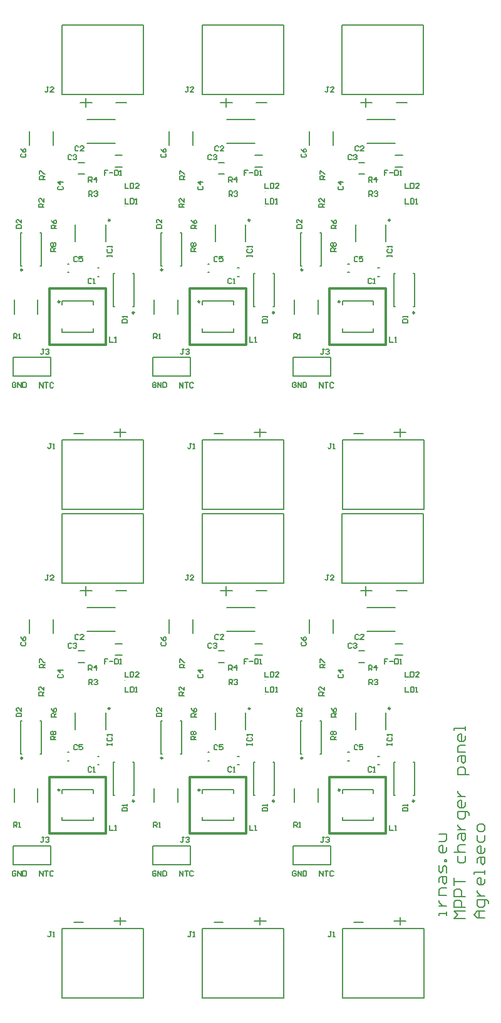
<source format=gto>
G04*
G04 #@! TF.GenerationSoftware,Altium Limited,Altium Designer,18.1.9 (240)*
G04*
G04 Layer_Color=65535*
%FSAX25Y25*%
%MOIN*%
G70*
G01*
G75*
%ADD27C,0.01181*%
%ADD43C,0.00787*%
%ADD44C,0.00394*%
%ADD45C,0.00984*%
%ADD46C,0.00591*%
D27*
X0305362Y0186716D02*
Y0216717D01*
X0335362D01*
Y0186716D02*
Y0216717D01*
X0305362Y0186716D02*
X0335362D01*
X0379929D02*
Y0216717D01*
X0409929D01*
Y0186716D02*
Y0216717D01*
X0379929Y0186716D02*
X0409929D01*
X0454496D02*
Y0216717D01*
X0484496D01*
Y0186716D02*
Y0216717D01*
X0454496Y0186716D02*
X0484496D01*
X0305362Y0446866D02*
Y0476866D01*
X0335362D01*
Y0446866D02*
Y0476866D01*
X0305362Y0446866D02*
X0335362D01*
X0379929D02*
Y0476866D01*
X0409929D01*
Y0446866D02*
Y0476866D01*
X0379929Y0446866D02*
X0409929D01*
X0454496D02*
Y0476866D01*
X0484496D01*
Y0446866D02*
Y0476866D01*
X0454496Y0446866D02*
X0484496D01*
D43*
X0516634Y0142913D02*
Y0144881D01*
Y0143897D01*
X0512698D01*
Y0142913D01*
Y0147833D02*
X0516634D01*
X0514666D01*
X0513682Y0148817D01*
X0512698Y0149801D01*
Y0150785D01*
X0516634Y0153737D02*
X0512698D01*
Y0156688D01*
X0513682Y0157672D01*
X0516634D01*
X0512698Y0160624D02*
Y0162592D01*
X0513682Y0163576D01*
X0516634D01*
Y0160624D01*
X0515650Y0159640D01*
X0514666Y0160624D01*
Y0163576D01*
X0516634Y0165544D02*
Y0168496D01*
X0515650Y0169480D01*
X0514666Y0168496D01*
Y0166528D01*
X0513682Y0165544D01*
X0512698Y0166528D01*
Y0169480D01*
X0516634Y0171448D02*
X0515650D01*
Y0172431D01*
X0516634D01*
Y0171448D01*
Y0179319D02*
Y0177351D01*
X0515650Y0176367D01*
X0513682D01*
X0512698Y0177351D01*
Y0179319D01*
X0513682Y0180303D01*
X0514666D01*
Y0176367D01*
X0512698Y0182271D02*
X0515650D01*
X0516634Y0183255D01*
Y0186206D01*
X0512698D01*
X0526575Y0141240D02*
X0520672D01*
X0522640Y0143208D01*
X0520672Y0145176D01*
X0526575D01*
Y0147144D02*
X0520672D01*
Y0150096D01*
X0521656Y0151079D01*
X0523624D01*
X0524608Y0150096D01*
Y0147144D01*
X0526575Y0153047D02*
X0520672D01*
Y0155999D01*
X0521656Y0156983D01*
X0523624D01*
X0524608Y0155999D01*
Y0153047D01*
X0520672Y0158951D02*
Y0162887D01*
Y0160919D01*
X0526575D01*
X0522640Y0174694D02*
Y0171742D01*
X0523624Y0170758D01*
X0525592D01*
X0526575Y0171742D01*
Y0174694D01*
X0520672Y0176662D02*
X0526575D01*
X0523624D01*
X0522640Y0177646D01*
Y0179614D01*
X0523624Y0180597D01*
X0526575D01*
X0522640Y0183549D02*
Y0185517D01*
X0523624Y0186501D01*
X0526575D01*
Y0183549D01*
X0525592Y0182565D01*
X0524608Y0183549D01*
Y0186501D01*
X0522640Y0188469D02*
X0526575D01*
X0524608D01*
X0523624Y0189453D01*
X0522640Y0190437D01*
Y0191421D01*
X0528543Y0196340D02*
Y0197324D01*
X0527559Y0198308D01*
X0522640D01*
Y0195357D01*
X0523624Y0194373D01*
X0525592D01*
X0526575Y0195357D01*
Y0198308D01*
Y0203228D02*
Y0201260D01*
X0525592Y0200276D01*
X0523624D01*
X0522640Y0201260D01*
Y0203228D01*
X0523624Y0204212D01*
X0524608D01*
Y0200276D01*
X0522640Y0206180D02*
X0526575D01*
X0524608D01*
X0523624Y0207164D01*
X0522640Y0208148D01*
Y0209132D01*
X0528543Y0217987D02*
X0522640D01*
Y0220939D01*
X0523624Y0221923D01*
X0525592D01*
X0526575Y0220939D01*
Y0217987D01*
X0522640Y0224874D02*
Y0226842D01*
X0523624Y0227826D01*
X0526575D01*
Y0224874D01*
X0525592Y0223891D01*
X0524608Y0224874D01*
Y0227826D01*
X0526575Y0229794D02*
X0522640D01*
Y0232746D01*
X0523624Y0233730D01*
X0526575D01*
Y0238650D02*
Y0236682D01*
X0525592Y0235698D01*
X0523624D01*
X0522640Y0236682D01*
Y0238650D01*
X0523624Y0239633D01*
X0524608D01*
Y0235698D01*
X0526575Y0241601D02*
Y0243569D01*
Y0242585D01*
X0520672D01*
Y0241601D01*
X0537107Y0141437D02*
X0533171D01*
X0531203Y0143405D01*
X0533171Y0145373D01*
X0537107D01*
X0534155D01*
Y0141437D01*
X0539075Y0149309D02*
Y0150292D01*
X0538091Y0151276D01*
X0533171D01*
Y0148325D01*
X0534155Y0147341D01*
X0536123D01*
X0537107Y0148325D01*
Y0151276D01*
X0533171Y0153244D02*
X0537107D01*
X0535139D01*
X0534155Y0154228D01*
X0533171Y0155212D01*
Y0156196D01*
X0537107Y0162100D02*
Y0160132D01*
X0536123Y0159148D01*
X0534155D01*
X0533171Y0160132D01*
Y0162100D01*
X0534155Y0163084D01*
X0535139D01*
Y0159148D01*
X0537107Y0165051D02*
Y0167019D01*
Y0166035D01*
X0531203D01*
Y0165051D01*
X0533171Y0170955D02*
Y0172923D01*
X0534155Y0173907D01*
X0537107D01*
Y0170955D01*
X0536123Y0169971D01*
X0535139Y0170955D01*
Y0173907D01*
X0537107Y0178826D02*
Y0176859D01*
X0536123Y0175875D01*
X0534155D01*
X0533171Y0176859D01*
Y0178826D01*
X0534155Y0179810D01*
X0535139D01*
Y0175875D01*
X0533171Y0185714D02*
Y0182762D01*
X0534155Y0181778D01*
X0536123D01*
X0537107Y0182762D01*
Y0185714D01*
Y0188666D02*
Y0190634D01*
X0536123Y0191618D01*
X0534155D01*
X0533171Y0190634D01*
Y0188666D01*
X0534155Y0187682D01*
X0536123D01*
X0537107Y0188666D01*
X0340835Y0315850D02*
X0346504D01*
X0321779Y0315929D02*
X0328000D01*
X0324693Y0313409D02*
Y0318173D01*
X0339693Y0140024D02*
X0346031D01*
X0342921Y0137858D02*
Y0141992D01*
X0318315Y0139276D02*
X0323236D01*
X0294614Y0293094D02*
Y0300575D01*
X0307213Y0293094D02*
Y0300575D01*
X0299181Y0203134D02*
Y0210614D01*
X0286583Y0203134D02*
Y0210614D01*
X0312095Y0209985D02*
X0328630D01*
X0312095Y0193449D02*
X0328630D01*
X0312095Y0208016D02*
Y0209985D01*
X0328630Y0208016D02*
Y0209985D01*
X0312095Y0193449D02*
Y0195418D01*
X0328630Y0193449D02*
Y0195418D01*
X0285953Y0170024D02*
Y0180024D01*
X0305953D01*
Y0170024D02*
Y0180024D01*
X0285953Y0170024D02*
X0305953D01*
X0340244Y0287642D02*
X0344181D01*
X0340244Y0281539D02*
X0344181D01*
X0289968Y0228842D02*
X0290657D01*
X0289968Y0246559D02*
X0290657D01*
X0300303Y0228842D02*
X0300992D01*
X0300303Y0246559D02*
X0300992D01*
X0289968Y0228842D02*
Y0246559D01*
X0300992Y0228842D02*
Y0246559D01*
X0339457Y0206992D02*
X0340146D01*
X0339457Y0224709D02*
X0340146D01*
X0349791Y0206992D02*
X0350480D01*
X0349791Y0224709D02*
X0350480D01*
X0339457Y0206992D02*
Y0224709D01*
X0350480Y0206992D02*
Y0224709D01*
X0330953Y0223193D02*
X0331740D01*
X0330953Y0227720D02*
X0331740D01*
X0325244Y0306835D02*
X0340205D01*
X0325244Y0294236D02*
X0340205D01*
X0320795Y0277720D02*
X0323945D01*
X0320795Y0283823D02*
X0323945D01*
X0315008Y0229925D02*
X0315795D01*
X0315008Y0225398D02*
X0315795D01*
X0319063Y0241843D02*
Y0250898D01*
X0335205Y0241843D02*
Y0250898D01*
X0312173Y0136075D02*
X0342646D01*
X0312173Y0098961D02*
Y0136075D01*
Y0098961D02*
X0355480D01*
Y0118311D01*
Y0136075D01*
X0342646D02*
X0355480D01*
X0324890Y0319957D02*
X0355362D01*
Y0357071D01*
X0312055D02*
X0355362D01*
X0312055Y0337720D02*
Y0357071D01*
Y0319957D02*
Y0337720D01*
Y0319957D02*
X0324890D01*
X0415402Y0315850D02*
X0421071D01*
X0396346Y0315929D02*
X0402567D01*
X0399260Y0313409D02*
Y0318173D01*
X0414260Y0140024D02*
X0420598D01*
X0417488Y0137858D02*
Y0141992D01*
X0392882Y0139276D02*
X0397803D01*
X0369181Y0293094D02*
Y0300575D01*
X0381780Y0293094D02*
Y0300575D01*
X0373748Y0203134D02*
Y0210614D01*
X0361150Y0203134D02*
Y0210614D01*
X0386662Y0209985D02*
X0403197D01*
X0386662Y0193449D02*
X0403197D01*
X0386662Y0208016D02*
Y0209985D01*
X0403197Y0208016D02*
Y0209985D01*
X0386662Y0193449D02*
Y0195418D01*
X0403197Y0193449D02*
Y0195418D01*
X0360520Y0170024D02*
Y0180024D01*
X0380520D01*
Y0170024D02*
Y0180024D01*
X0360520Y0170024D02*
X0380520D01*
X0414811Y0287642D02*
X0418748D01*
X0414811Y0281539D02*
X0418748D01*
X0364535Y0228842D02*
X0365224D01*
X0364535Y0246559D02*
X0365224D01*
X0374870Y0228842D02*
X0375559D01*
X0374870Y0246559D02*
X0375559D01*
X0364535Y0228842D02*
Y0246559D01*
X0375559Y0228842D02*
Y0246559D01*
X0414024Y0206992D02*
X0414713D01*
X0414024Y0224709D02*
X0414713D01*
X0424358Y0206992D02*
X0425047D01*
X0424358Y0224709D02*
X0425047D01*
X0414024Y0206992D02*
Y0224709D01*
X0425047Y0206992D02*
Y0224709D01*
X0405520Y0223193D02*
X0406307D01*
X0405520Y0227720D02*
X0406307D01*
X0399811Y0306835D02*
X0414772D01*
X0399811Y0294236D02*
X0414772D01*
X0395362Y0277720D02*
X0398512D01*
X0395362Y0283823D02*
X0398512D01*
X0389575Y0229925D02*
X0390362D01*
X0389575Y0225398D02*
X0390362D01*
X0393630Y0241843D02*
Y0250898D01*
X0409772Y0241843D02*
Y0250898D01*
X0386740Y0136075D02*
X0417213D01*
X0386740Y0098961D02*
Y0136075D01*
Y0098961D02*
X0430047D01*
Y0118311D01*
Y0136075D01*
X0417213D02*
X0430047D01*
X0399457Y0319957D02*
X0429929D01*
Y0357071D01*
X0386622D02*
X0429929D01*
X0386622Y0337720D02*
Y0357071D01*
Y0319957D02*
Y0337720D01*
Y0319957D02*
X0399457D01*
X0489968Y0315850D02*
X0495638D01*
X0470913Y0315929D02*
X0477134D01*
X0473827Y0313409D02*
Y0318173D01*
X0488827Y0140024D02*
X0495165D01*
X0492055Y0137858D02*
Y0141992D01*
X0467449Y0139276D02*
X0472370D01*
X0443748Y0293094D02*
Y0300575D01*
X0456346Y0293094D02*
Y0300575D01*
X0448315Y0203134D02*
Y0210614D01*
X0435716Y0203134D02*
Y0210614D01*
X0461229Y0209985D02*
X0477764D01*
X0461229Y0193449D02*
X0477764D01*
X0461229Y0208016D02*
Y0209985D01*
X0477764Y0208016D02*
Y0209985D01*
X0461229Y0193449D02*
Y0195418D01*
X0477764Y0193449D02*
Y0195418D01*
X0435087Y0170024D02*
Y0180024D01*
X0455087D01*
Y0170024D02*
Y0180024D01*
X0435087Y0170024D02*
X0455087D01*
X0489378Y0287642D02*
X0493315D01*
X0489378Y0281539D02*
X0493315D01*
X0439102Y0228842D02*
X0439791D01*
X0439102Y0246559D02*
X0439791D01*
X0449437Y0228842D02*
X0450126D01*
X0449437Y0246559D02*
X0450126D01*
X0439102Y0228842D02*
Y0246559D01*
X0450126Y0228842D02*
Y0246559D01*
X0488590Y0206992D02*
X0489280D01*
X0488590Y0224709D02*
X0489280D01*
X0498925Y0206992D02*
X0499614D01*
X0498925Y0224709D02*
X0499614D01*
X0488590Y0206992D02*
Y0224709D01*
X0499614Y0206992D02*
Y0224709D01*
X0480087Y0223193D02*
X0480874D01*
X0480087Y0227720D02*
X0480874D01*
X0474378Y0306835D02*
X0489339D01*
X0474378Y0294236D02*
X0489339D01*
X0469929Y0277720D02*
X0473079D01*
X0469929Y0283823D02*
X0473079D01*
X0464142Y0229925D02*
X0464929D01*
X0464142Y0225398D02*
X0464929D01*
X0468197Y0241843D02*
Y0250898D01*
X0484339Y0241843D02*
Y0250898D01*
X0461307Y0136075D02*
X0491780D01*
X0461307Y0098961D02*
Y0136075D01*
Y0098961D02*
X0504614D01*
Y0118311D01*
Y0136075D01*
X0491780D02*
X0504614D01*
X0474024Y0319957D02*
X0504496D01*
Y0357071D01*
X0461189D02*
X0504496D01*
X0461189Y0337720D02*
Y0357071D01*
Y0319957D02*
Y0337720D01*
Y0319957D02*
X0474024D01*
X0340835Y0576000D02*
X0346504D01*
X0321779Y0576078D02*
X0328000D01*
X0324693Y0573559D02*
Y0578323D01*
X0339693Y0400173D02*
X0346031D01*
X0342921Y0398007D02*
Y0402141D01*
X0318315Y0399425D02*
X0323236D01*
X0294614Y0553244D02*
Y0560724D01*
X0307213Y0553244D02*
Y0560724D01*
X0299181Y0463283D02*
Y0470763D01*
X0286583Y0463283D02*
Y0470763D01*
X0312095Y0470134D02*
X0328630D01*
X0312095Y0453598D02*
X0328630D01*
X0312095Y0468165D02*
Y0470134D01*
X0328630Y0468165D02*
Y0470134D01*
X0312095Y0453598D02*
Y0455567D01*
X0328630Y0453598D02*
Y0455567D01*
X0285953Y0430173D02*
Y0440173D01*
X0305953D01*
Y0430173D02*
Y0440173D01*
X0285953Y0430173D02*
X0305953D01*
X0340244Y0547791D02*
X0344181D01*
X0340244Y0541689D02*
X0344181D01*
X0289968Y0488992D02*
X0290657D01*
X0289968Y0506708D02*
X0290657D01*
X0300303Y0488992D02*
X0300992D01*
X0300303Y0506708D02*
X0300992D01*
X0289968Y0488992D02*
Y0506708D01*
X0300992Y0488992D02*
Y0506708D01*
X0339457Y0467141D02*
X0340146D01*
X0339457Y0484858D02*
X0340146D01*
X0349791Y0467141D02*
X0350480D01*
X0349791Y0484858D02*
X0350480D01*
X0339457Y0467141D02*
Y0484858D01*
X0350480Y0467141D02*
Y0484858D01*
X0330953Y0483342D02*
X0331740D01*
X0330953Y0487870D02*
X0331740D01*
X0325244Y0566984D02*
X0340205D01*
X0325244Y0554386D02*
X0340205D01*
X0320795Y0537870D02*
X0323945D01*
X0320795Y0543972D02*
X0323945D01*
X0315008Y0490074D02*
X0315795D01*
X0315008Y0485547D02*
X0315795D01*
X0319063Y0501992D02*
Y0511047D01*
X0335205Y0501992D02*
Y0511047D01*
X0312173Y0396224D02*
X0342646D01*
X0312173Y0359110D02*
Y0396224D01*
Y0359110D02*
X0355480D01*
Y0378460D01*
Y0396224D01*
X0342646D02*
X0355480D01*
X0324890Y0580106D02*
X0355362D01*
Y0617220D01*
X0312055D02*
X0355362D01*
X0312055Y0597870D02*
Y0617220D01*
Y0580106D02*
Y0597870D01*
Y0580106D02*
X0324890D01*
X0415402Y0576000D02*
X0421071D01*
X0396346Y0576078D02*
X0402567D01*
X0399260Y0573559D02*
Y0578323D01*
X0414260Y0400173D02*
X0420598D01*
X0417488Y0398007D02*
Y0402141D01*
X0392882Y0399425D02*
X0397803D01*
X0369181Y0553244D02*
Y0560724D01*
X0381780Y0553244D02*
Y0560724D01*
X0373748Y0463283D02*
Y0470763D01*
X0361150Y0463283D02*
Y0470763D01*
X0386662Y0470134D02*
X0403197D01*
X0386662Y0453598D02*
X0403197D01*
X0386662Y0468165D02*
Y0470134D01*
X0403197Y0468165D02*
Y0470134D01*
X0386662Y0453598D02*
Y0455567D01*
X0403197Y0453598D02*
Y0455567D01*
X0360520Y0430173D02*
Y0440173D01*
X0380520D01*
Y0430173D02*
Y0440173D01*
X0360520Y0430173D02*
X0380520D01*
X0414811Y0547791D02*
X0418748D01*
X0414811Y0541689D02*
X0418748D01*
X0364535Y0488992D02*
X0365224D01*
X0364535Y0506708D02*
X0365224D01*
X0374870Y0488992D02*
X0375559D01*
X0374870Y0506708D02*
X0375559D01*
X0364535Y0488992D02*
Y0506708D01*
X0375559Y0488992D02*
Y0506708D01*
X0414024Y0467141D02*
X0414713D01*
X0414024Y0484858D02*
X0414713D01*
X0424358Y0467141D02*
X0425047D01*
X0424358Y0484858D02*
X0425047D01*
X0414024Y0467141D02*
Y0484858D01*
X0425047Y0467141D02*
Y0484858D01*
X0405520Y0483342D02*
X0406307D01*
X0405520Y0487870D02*
X0406307D01*
X0399811Y0566984D02*
X0414772D01*
X0399811Y0554386D02*
X0414772D01*
X0395362Y0537870D02*
X0398512D01*
X0395362Y0543972D02*
X0398512D01*
X0389575Y0490074D02*
X0390362D01*
X0389575Y0485547D02*
X0390362D01*
X0393630Y0501992D02*
Y0511047D01*
X0409772Y0501992D02*
Y0511047D01*
X0386740Y0396224D02*
X0417213D01*
X0386740Y0359110D02*
Y0396224D01*
Y0359110D02*
X0430047D01*
Y0378460D01*
Y0396224D01*
X0417213D02*
X0430047D01*
X0399457Y0580106D02*
X0429929D01*
Y0617220D01*
X0386622D02*
X0429929D01*
X0386622Y0597870D02*
Y0617220D01*
Y0580106D02*
Y0597870D01*
Y0580106D02*
X0399457D01*
X0489968Y0576000D02*
X0495638D01*
X0470913Y0576078D02*
X0477134D01*
X0473827Y0573559D02*
Y0578323D01*
X0488827Y0400173D02*
X0495165D01*
X0492055Y0398007D02*
Y0402141D01*
X0467449Y0399425D02*
X0472370D01*
X0443748Y0553244D02*
Y0560724D01*
X0456346Y0553244D02*
Y0560724D01*
X0448315Y0463283D02*
Y0470763D01*
X0435716Y0463283D02*
Y0470763D01*
X0461229Y0470134D02*
X0477764D01*
X0461229Y0453598D02*
X0477764D01*
X0461229Y0468165D02*
Y0470134D01*
X0477764Y0468165D02*
Y0470134D01*
X0461229Y0453598D02*
Y0455567D01*
X0477764Y0453598D02*
Y0455567D01*
X0435087Y0430173D02*
Y0440173D01*
X0455087D01*
Y0430173D02*
Y0440173D01*
X0435087Y0430173D02*
X0455087D01*
X0489378Y0547791D02*
X0493315D01*
X0489378Y0541689D02*
X0493315D01*
X0439102Y0488992D02*
X0439791D01*
X0439102Y0506708D02*
X0439791D01*
X0449437Y0488992D02*
X0450126D01*
X0449437Y0506708D02*
X0450126D01*
X0439102Y0488992D02*
Y0506708D01*
X0450126Y0488992D02*
Y0506708D01*
X0488590Y0467141D02*
X0489280D01*
X0488590Y0484858D02*
X0489280D01*
X0498925Y0467141D02*
X0499614D01*
X0498925Y0484858D02*
X0499614D01*
X0488590Y0467141D02*
Y0484858D01*
X0499614Y0467141D02*
Y0484858D01*
X0480087Y0483342D02*
X0480874D01*
X0480087Y0487870D02*
X0480874D01*
X0474378Y0566984D02*
X0489339D01*
X0474378Y0554386D02*
X0489339D01*
X0469929Y0537870D02*
X0473079D01*
X0469929Y0543972D02*
X0473079D01*
X0464142Y0490074D02*
X0464929D01*
X0464142Y0485547D02*
X0464929D01*
X0468197Y0501992D02*
Y0511047D01*
X0484339Y0501992D02*
Y0511047D01*
X0461307Y0396224D02*
X0491780D01*
X0461307Y0359110D02*
Y0396224D01*
Y0359110D02*
X0504614D01*
Y0378460D01*
Y0396224D01*
X0491780D02*
X0504614D01*
X0474024Y0580106D02*
X0504496D01*
Y0617220D01*
X0461189D02*
X0504496D01*
X0461189Y0597870D02*
Y0617220D01*
Y0580106D02*
Y0597870D01*
Y0580106D02*
X0474024D01*
D44*
X0345662Y0260645D02*
G03*
X0345662Y0260645I-0000197J0000000D01*
G01*
Y0268145D02*
G03*
X0345662Y0268145I-0000197J0000000D01*
G01*
X0420229Y0260645D02*
G03*
X0420229Y0260645I-0000197J0000000D01*
G01*
Y0268145D02*
G03*
X0420229Y0268145I-0000197J0000000D01*
G01*
X0494796Y0260645D02*
G03*
X0494796Y0260645I-0000197J0000000D01*
G01*
Y0268145D02*
G03*
X0494796Y0268145I-0000197J0000000D01*
G01*
X0345662Y0520794D02*
G03*
X0345662Y0520794I-0000197J0000000D01*
G01*
Y0528294D02*
G03*
X0345662Y0528294I-0000197J0000000D01*
G01*
X0420229Y0520794D02*
G03*
X0420229Y0520794I-0000197J0000000D01*
G01*
Y0528294D02*
G03*
X0420229Y0528294I-0000197J0000000D01*
G01*
X0494796Y0520794D02*
G03*
X0494796Y0520794I-0000197J0000000D01*
G01*
Y0528294D02*
G03*
X0494796Y0528294I-0000197J0000000D01*
G01*
D45*
X0310855Y0209717D02*
G03*
X0310855Y0209717I-0000492J0000000D01*
G01*
X0290972Y0226701D02*
G03*
X0290972Y0226701I-0000492J0000000D01*
G01*
X0350461Y0203850D02*
G03*
X0350461Y0203850I-0000492J0000000D01*
G01*
X0337567Y0253161D02*
G03*
X0337567Y0253161I-0000492J0000000D01*
G01*
X0385422Y0209717D02*
G03*
X0385422Y0209717I-0000492J0000000D01*
G01*
X0365539Y0226701D02*
G03*
X0365539Y0226701I-0000492J0000000D01*
G01*
X0425028Y0203850D02*
G03*
X0425028Y0203850I-0000492J0000000D01*
G01*
X0412134Y0253161D02*
G03*
X0412134Y0253161I-0000492J0000000D01*
G01*
X0459989Y0209717D02*
G03*
X0459989Y0209717I-0000492J0000000D01*
G01*
X0440106Y0226701D02*
G03*
X0440106Y0226701I-0000492J0000000D01*
G01*
X0499594Y0203850D02*
G03*
X0499594Y0203850I-0000492J0000000D01*
G01*
X0486701Y0253161D02*
G03*
X0486701Y0253161I-0000492J0000000D01*
G01*
X0310855Y0469866D02*
G03*
X0310855Y0469866I-0000492J0000000D01*
G01*
X0290972Y0486850D02*
G03*
X0290972Y0486850I-0000492J0000000D01*
G01*
X0350461Y0464000D02*
G03*
X0350461Y0464000I-0000492J0000000D01*
G01*
X0337567Y0513311D02*
G03*
X0337567Y0513311I-0000492J0000000D01*
G01*
X0385422Y0469866D02*
G03*
X0385422Y0469866I-0000492J0000000D01*
G01*
X0365539Y0486850D02*
G03*
X0365539Y0486850I-0000492J0000000D01*
G01*
X0425028Y0464000D02*
G03*
X0425028Y0464000I-0000492J0000000D01*
G01*
X0412134Y0513311D02*
G03*
X0412134Y0513311I-0000492J0000000D01*
G01*
X0459989Y0469866D02*
G03*
X0459989Y0469866I-0000492J0000000D01*
G01*
X0440106Y0486850D02*
G03*
X0440106Y0486850I-0000492J0000000D01*
G01*
X0499594Y0464000D02*
G03*
X0499594Y0464000I-0000492J0000000D01*
G01*
X0486701Y0513311D02*
G03*
X0486701Y0513311I-0000492J0000000D01*
G01*
D46*
X0287514Y0166256D02*
X0287055Y0166716D01*
X0286136D01*
X0285677Y0166256D01*
Y0164420D01*
X0286136Y0163961D01*
X0287055D01*
X0287514Y0164420D01*
Y0165338D01*
X0286596D01*
X0288432Y0163961D02*
Y0166716D01*
X0290269Y0163961D01*
Y0166716D01*
X0291187D02*
Y0163961D01*
X0292565D01*
X0293024Y0164420D01*
Y0166256D01*
X0292565Y0166716D01*
X0291187D01*
X0300047Y0163882D02*
Y0166637D01*
X0301884Y0163882D01*
Y0166637D01*
X0302802D02*
X0304639D01*
X0303721D01*
Y0163882D01*
X0307394Y0166178D02*
X0306935Y0166637D01*
X0306016D01*
X0305557Y0166178D01*
Y0164341D01*
X0306016Y0163882D01*
X0306935D01*
X0307394Y0164341D01*
X0290547Y0288474D02*
X0290088Y0288015D01*
Y0287097D01*
X0290547Y0286638D01*
X0292383D01*
X0292843Y0287097D01*
Y0288015D01*
X0292383Y0288474D01*
X0290088Y0291230D02*
X0290547Y0290311D01*
X0291465Y0289393D01*
X0292383D01*
X0292843Y0289852D01*
Y0290770D01*
X0292383Y0291230D01*
X0291924D01*
X0291465Y0290770D01*
Y0289393D01*
X0326346Y0265929D02*
Y0268684D01*
X0327724D01*
X0328183Y0268225D01*
Y0267307D01*
X0327724Y0266847D01*
X0326346D01*
X0327265D02*
X0328183Y0265929D01*
X0329101Y0268225D02*
X0329561Y0268684D01*
X0330479D01*
X0330938Y0268225D01*
Y0267766D01*
X0330479Y0267307D01*
X0330020D01*
X0330479D01*
X0330938Y0266847D01*
Y0266388D01*
X0330479Y0265929D01*
X0329561D01*
X0329101Y0266388D01*
X0326189Y0273449D02*
Y0276204D01*
X0327567D01*
X0328026Y0275745D01*
Y0274826D01*
X0327567Y0274367D01*
X0326189D01*
X0327107D02*
X0328026Y0273449D01*
X0330322D02*
Y0276204D01*
X0328944Y0274826D01*
X0330781D01*
X0302449Y0260063D02*
X0299694D01*
Y0261440D01*
X0300153Y0261900D01*
X0301071D01*
X0301531Y0261440D01*
Y0260063D01*
Y0260981D02*
X0302449Y0261900D01*
Y0264655D02*
Y0262818D01*
X0300612Y0264655D01*
X0300153D01*
X0299694Y0264195D01*
Y0263277D01*
X0300153Y0262818D01*
X0302921Y0274905D02*
X0300166D01*
Y0276283D01*
X0300625Y0276742D01*
X0301544D01*
X0302003Y0276283D01*
Y0274905D01*
Y0275824D02*
X0302921Y0276742D01*
X0300166Y0277660D02*
Y0279497D01*
X0300625D01*
X0302462Y0277660D01*
X0302921D01*
X0309024Y0248646D02*
X0306269D01*
Y0250023D01*
X0306728Y0250482D01*
X0307646D01*
X0308105Y0250023D01*
Y0248646D01*
Y0249564D02*
X0309024Y0250482D01*
X0306269Y0253237D02*
X0306728Y0252319D01*
X0307646Y0251401D01*
X0308564D01*
X0309024Y0251860D01*
Y0252778D01*
X0308564Y0253237D01*
X0308105D01*
X0307646Y0252778D01*
Y0251401D01*
X0308748Y0236480D02*
X0305993D01*
Y0237858D01*
X0306452Y0238317D01*
X0307370D01*
X0307830Y0237858D01*
Y0236480D01*
Y0237399D02*
X0308748Y0238317D01*
X0306452Y0239235D02*
X0305993Y0239694D01*
Y0240613D01*
X0306452Y0241072D01*
X0306911D01*
X0307370Y0240613D01*
X0307830Y0241072D01*
X0308289D01*
X0308748Y0240613D01*
Y0239694D01*
X0308289Y0239235D01*
X0307830D01*
X0307370Y0239694D01*
X0306911Y0239235D01*
X0306452D01*
X0307370Y0239694D02*
Y0240613D01*
X0286228Y0189945D02*
Y0192700D01*
X0287606D01*
X0288065Y0192241D01*
Y0191322D01*
X0287606Y0190863D01*
X0286228D01*
X0287147D02*
X0288065Y0189945D01*
X0288983D02*
X0289902D01*
X0289442D01*
Y0192700D01*
X0288983Y0192241D01*
X0345677Y0264629D02*
Y0261874D01*
X0347514D01*
X0348432Y0264629D02*
Y0261874D01*
X0349810D01*
X0350269Y0262333D01*
Y0264170D01*
X0349810Y0264629D01*
X0348432D01*
X0351187Y0261874D02*
X0352105D01*
X0351646D01*
Y0264629D01*
X0351187Y0264170D01*
X0345598Y0272739D02*
Y0269984D01*
X0347435D01*
X0348353Y0272739D02*
Y0269984D01*
X0349731D01*
X0350190Y0270443D01*
Y0272280D01*
X0349731Y0272739D01*
X0348353D01*
X0352945Y0269984D02*
X0351109D01*
X0352945Y0271821D01*
Y0272280D01*
X0352486Y0272739D01*
X0351568D01*
X0351109Y0272280D01*
X0337362Y0190972D02*
Y0188216D01*
X0339199D01*
X0340117D02*
X0341036D01*
X0340576D01*
Y0190972D01*
X0340117Y0190512D01*
X0302396Y0184550D02*
X0301477D01*
X0301937D01*
Y0182254D01*
X0301477Y0181795D01*
X0301018D01*
X0300559Y0182254D01*
X0303314Y0184091D02*
X0303773Y0184550D01*
X0304692D01*
X0305151Y0184091D01*
Y0183632D01*
X0304692Y0183173D01*
X0304232D01*
X0304692D01*
X0305151Y0182714D01*
Y0182254D01*
X0304692Y0181795D01*
X0303773D01*
X0303314Y0182254D01*
X0336372Y0279708D02*
X0334535D01*
Y0278330D01*
X0335454D01*
X0334535D01*
Y0276953D01*
X0337291Y0278330D02*
X0339127D01*
X0340045Y0279708D02*
Y0276953D01*
X0341423D01*
X0341882Y0277412D01*
Y0279249D01*
X0341423Y0279708D01*
X0340045D01*
X0342800Y0276953D02*
X0343719D01*
X0343260D01*
Y0279708D01*
X0342800Y0279249D01*
X0287765Y0248882D02*
X0290520D01*
Y0250259D01*
X0290060Y0250719D01*
X0288224D01*
X0287765Y0250259D01*
Y0248882D01*
X0290520Y0253474D02*
Y0251637D01*
X0288683Y0253474D01*
X0288224D01*
X0287765Y0253014D01*
Y0252096D01*
X0288224Y0251637D01*
X0344103Y0198528D02*
X0346858D01*
Y0199905D01*
X0346399Y0200364D01*
X0344562D01*
X0344103Y0199905D01*
Y0198528D01*
X0346858Y0201283D02*
Y0202201D01*
Y0201742D01*
X0344103D01*
X0344562Y0201283D01*
X0310271Y0271270D02*
X0309812Y0270811D01*
Y0269892D01*
X0310271Y0269433D01*
X0312108D01*
X0312567Y0269892D01*
Y0270811D01*
X0312108Y0271270D01*
X0312567Y0273566D02*
X0309812D01*
X0311189Y0272188D01*
Y0274025D01*
X0327750Y0221690D02*
X0327291Y0222149D01*
X0326373D01*
X0325913Y0221690D01*
Y0219853D01*
X0326373Y0219394D01*
X0327291D01*
X0327750Y0219853D01*
X0328668Y0219394D02*
X0329587D01*
X0329128D01*
Y0222149D01*
X0328668Y0221690D01*
X0320782Y0292241D02*
X0320322Y0292700D01*
X0319404D01*
X0318945Y0292241D01*
Y0290404D01*
X0319404Y0289945D01*
X0320322D01*
X0320782Y0290404D01*
X0323537Y0289945D02*
X0321700D01*
X0323537Y0291782D01*
Y0292241D01*
X0323077Y0292700D01*
X0322159D01*
X0321700Y0292241D01*
X0317081Y0287595D02*
X0316622Y0288054D01*
X0315703D01*
X0315244Y0287595D01*
Y0285758D01*
X0315703Y0285299D01*
X0316622D01*
X0317081Y0285758D01*
X0317999Y0287595D02*
X0318458Y0288054D01*
X0319377D01*
X0319836Y0287595D01*
Y0287136D01*
X0319377Y0286677D01*
X0318917D01*
X0319377D01*
X0319836Y0286217D01*
Y0285758D01*
X0319377Y0285299D01*
X0318458D01*
X0317999Y0285758D01*
X0320230Y0233422D02*
X0319771Y0233881D01*
X0318853D01*
X0318394Y0233422D01*
Y0231585D01*
X0318853Y0231126D01*
X0319771D01*
X0320230Y0231585D01*
X0322985Y0233881D02*
X0321149D01*
Y0232504D01*
X0322067Y0232963D01*
X0322526D01*
X0322985Y0232504D01*
Y0231585D01*
X0322526Y0231126D01*
X0321608D01*
X0321149Y0231585D01*
X0335954Y0233606D02*
Y0234525D01*
Y0234066D01*
X0338709D01*
Y0233606D01*
Y0234525D01*
X0336413Y0237739D02*
X0335954Y0237280D01*
Y0236361D01*
X0336413Y0235902D01*
X0338249D01*
X0338709Y0236361D01*
Y0237280D01*
X0338249Y0237739D01*
X0338709Y0238657D02*
Y0239576D01*
Y0239116D01*
X0335954D01*
X0336413Y0238657D01*
X0306333Y0134235D02*
X0305414D01*
X0305874D01*
Y0131939D01*
X0305414Y0131480D01*
X0304955D01*
X0304496Y0131939D01*
X0307251Y0131480D02*
X0308169D01*
X0307710D01*
Y0134235D01*
X0307251Y0133776D01*
X0304837Y0324196D02*
X0303918D01*
X0304378D01*
Y0321900D01*
X0303918Y0321441D01*
X0303459D01*
X0303000Y0321900D01*
X0307592Y0321441D02*
X0305755D01*
X0307592Y0323278D01*
Y0323737D01*
X0307133Y0324196D01*
X0306214D01*
X0305755Y0323737D01*
X0362081Y0166256D02*
X0361622Y0166716D01*
X0360703D01*
X0360244Y0166256D01*
Y0164420D01*
X0360703Y0163961D01*
X0361622D01*
X0362081Y0164420D01*
Y0165338D01*
X0361162D01*
X0362999Y0163961D02*
Y0166716D01*
X0364836Y0163961D01*
Y0166716D01*
X0365754D02*
Y0163961D01*
X0367132D01*
X0367591Y0164420D01*
Y0166256D01*
X0367132Y0166716D01*
X0365754D01*
X0374614Y0163882D02*
Y0166637D01*
X0376451Y0163882D01*
Y0166637D01*
X0377369D02*
X0379206D01*
X0378288D01*
Y0163882D01*
X0381961Y0166178D02*
X0381502Y0166637D01*
X0380583D01*
X0380124Y0166178D01*
Y0164341D01*
X0380583Y0163882D01*
X0381502D01*
X0381961Y0164341D01*
X0365114Y0288474D02*
X0364654Y0288015D01*
Y0287097D01*
X0365114Y0286638D01*
X0366950D01*
X0367409Y0287097D01*
Y0288015D01*
X0366950Y0288474D01*
X0364654Y0291230D02*
X0365114Y0290311D01*
X0366032Y0289393D01*
X0366950D01*
X0367409Y0289852D01*
Y0290770D01*
X0366950Y0291230D01*
X0366491D01*
X0366032Y0290770D01*
Y0289393D01*
X0400913Y0265929D02*
Y0268684D01*
X0402291D01*
X0402750Y0268225D01*
Y0267307D01*
X0402291Y0266847D01*
X0400913D01*
X0401832D02*
X0402750Y0265929D01*
X0403668Y0268225D02*
X0404128Y0268684D01*
X0405046D01*
X0405505Y0268225D01*
Y0267766D01*
X0405046Y0267307D01*
X0404587D01*
X0405046D01*
X0405505Y0266847D01*
Y0266388D01*
X0405046Y0265929D01*
X0404128D01*
X0403668Y0266388D01*
X0400756Y0273449D02*
Y0276204D01*
X0402133D01*
X0402593Y0275745D01*
Y0274826D01*
X0402133Y0274367D01*
X0400756D01*
X0401674D02*
X0402593Y0273449D01*
X0404888D02*
Y0276204D01*
X0403511Y0274826D01*
X0405348D01*
X0377016Y0260063D02*
X0374261D01*
Y0261440D01*
X0374720Y0261900D01*
X0375638D01*
X0376097Y0261440D01*
Y0260063D01*
Y0260981D02*
X0377016Y0261900D01*
Y0264655D02*
Y0262818D01*
X0375179Y0264655D01*
X0374720D01*
X0374261Y0264195D01*
Y0263277D01*
X0374720Y0262818D01*
X0377488Y0274905D02*
X0374733D01*
Y0276283D01*
X0375192Y0276742D01*
X0376111D01*
X0376570Y0276283D01*
Y0274905D01*
Y0275824D02*
X0377488Y0276742D01*
X0374733Y0277660D02*
Y0279497D01*
X0375192D01*
X0377029Y0277660D01*
X0377488D01*
X0383591Y0248646D02*
X0380836D01*
Y0250023D01*
X0381295Y0250482D01*
X0382213D01*
X0382672Y0250023D01*
Y0248646D01*
Y0249564D02*
X0383591Y0250482D01*
X0380836Y0253237D02*
X0381295Y0252319D01*
X0382213Y0251401D01*
X0383131D01*
X0383591Y0251860D01*
Y0252778D01*
X0383131Y0253237D01*
X0382672D01*
X0382213Y0252778D01*
Y0251401D01*
X0383315Y0236480D02*
X0380560D01*
Y0237858D01*
X0381019Y0238317D01*
X0381937D01*
X0382397Y0237858D01*
Y0236480D01*
Y0237399D02*
X0383315Y0238317D01*
X0381019Y0239235D02*
X0380560Y0239694D01*
Y0240613D01*
X0381019Y0241072D01*
X0381478D01*
X0381937Y0240613D01*
X0382397Y0241072D01*
X0382856D01*
X0383315Y0240613D01*
Y0239694D01*
X0382856Y0239235D01*
X0382397D01*
X0381937Y0239694D01*
X0381478Y0239235D01*
X0381019D01*
X0381937Y0239694D02*
Y0240613D01*
X0360795Y0189945D02*
Y0192700D01*
X0362173D01*
X0362632Y0192241D01*
Y0191322D01*
X0362173Y0190863D01*
X0360795D01*
X0361714D02*
X0362632Y0189945D01*
X0363550D02*
X0364469D01*
X0364009D01*
Y0192700D01*
X0363550Y0192241D01*
X0420244Y0264629D02*
Y0261874D01*
X0422081D01*
X0422999Y0264629D02*
Y0261874D01*
X0424377D01*
X0424836Y0262333D01*
Y0264170D01*
X0424377Y0264629D01*
X0422999D01*
X0425754Y0261874D02*
X0426673D01*
X0426213D01*
Y0264629D01*
X0425754Y0264170D01*
X0420165Y0272739D02*
Y0269984D01*
X0422002D01*
X0422920Y0272739D02*
Y0269984D01*
X0424298D01*
X0424757Y0270443D01*
Y0272280D01*
X0424298Y0272739D01*
X0422920D01*
X0427512Y0269984D02*
X0425675D01*
X0427512Y0271821D01*
Y0272280D01*
X0427053Y0272739D01*
X0426135D01*
X0425675Y0272280D01*
X0411929Y0190972D02*
Y0188216D01*
X0413766D01*
X0414684D02*
X0415602D01*
X0415143D01*
Y0190972D01*
X0414684Y0190512D01*
X0376963Y0184550D02*
X0376044D01*
X0376503D01*
Y0182254D01*
X0376044Y0181795D01*
X0375585D01*
X0375126Y0182254D01*
X0377881Y0184091D02*
X0378340Y0184550D01*
X0379258D01*
X0379718Y0184091D01*
Y0183632D01*
X0379258Y0183173D01*
X0378799D01*
X0379258D01*
X0379718Y0182714D01*
Y0182254D01*
X0379258Y0181795D01*
X0378340D01*
X0377881Y0182254D01*
X0410939Y0279708D02*
X0409102D01*
Y0278330D01*
X0410021D01*
X0409102D01*
Y0276953D01*
X0411857Y0278330D02*
X0413694D01*
X0414612Y0279708D02*
Y0276953D01*
X0415990D01*
X0416449Y0277412D01*
Y0279249D01*
X0415990Y0279708D01*
X0414612D01*
X0417367Y0276953D02*
X0418286D01*
X0417827D01*
Y0279708D01*
X0417367Y0279249D01*
X0362332Y0248882D02*
X0365087D01*
Y0250259D01*
X0364627Y0250719D01*
X0362791D01*
X0362332Y0250259D01*
Y0248882D01*
X0365087Y0253474D02*
Y0251637D01*
X0363250Y0253474D01*
X0362791D01*
X0362332Y0253014D01*
Y0252096D01*
X0362791Y0251637D01*
X0418670Y0198528D02*
X0421425D01*
Y0199905D01*
X0420966Y0200364D01*
X0419129D01*
X0418670Y0199905D01*
Y0198528D01*
X0421425Y0201283D02*
Y0202201D01*
Y0201742D01*
X0418670D01*
X0419129Y0201283D01*
X0384838Y0271270D02*
X0384379Y0270811D01*
Y0269892D01*
X0384838Y0269433D01*
X0386675D01*
X0387134Y0269892D01*
Y0270811D01*
X0386675Y0271270D01*
X0387134Y0273566D02*
X0384379D01*
X0385756Y0272188D01*
Y0274025D01*
X0402317Y0221690D02*
X0401858Y0222149D01*
X0400940D01*
X0400480Y0221690D01*
Y0219853D01*
X0400940Y0219394D01*
X0401858D01*
X0402317Y0219853D01*
X0403235Y0219394D02*
X0404154D01*
X0403694D01*
Y0222149D01*
X0403235Y0221690D01*
X0395349Y0292241D02*
X0394889Y0292700D01*
X0393971D01*
X0393512Y0292241D01*
Y0290404D01*
X0393971Y0289945D01*
X0394889D01*
X0395349Y0290404D01*
X0398103Y0289945D02*
X0396267D01*
X0398103Y0291782D01*
Y0292241D01*
X0397644Y0292700D01*
X0396726D01*
X0396267Y0292241D01*
X0391648Y0287595D02*
X0391189Y0288054D01*
X0390270D01*
X0389811Y0287595D01*
Y0285758D01*
X0390270Y0285299D01*
X0391189D01*
X0391648Y0285758D01*
X0392566Y0287595D02*
X0393025Y0288054D01*
X0393944D01*
X0394403Y0287595D01*
Y0287136D01*
X0393944Y0286677D01*
X0393484D01*
X0393944D01*
X0394403Y0286217D01*
Y0285758D01*
X0393944Y0285299D01*
X0393025D01*
X0392566Y0285758D01*
X0394797Y0233422D02*
X0394338Y0233881D01*
X0393420D01*
X0392961Y0233422D01*
Y0231585D01*
X0393420Y0231126D01*
X0394338D01*
X0394797Y0231585D01*
X0397552Y0233881D02*
X0395716D01*
Y0232504D01*
X0396634Y0232963D01*
X0397093D01*
X0397552Y0232504D01*
Y0231585D01*
X0397093Y0231126D01*
X0396175D01*
X0395716Y0231585D01*
X0410521Y0233606D02*
Y0234525D01*
Y0234066D01*
X0413276D01*
Y0233606D01*
Y0234525D01*
X0410980Y0237739D02*
X0410521Y0237280D01*
Y0236361D01*
X0410980Y0235902D01*
X0412816D01*
X0413276Y0236361D01*
Y0237280D01*
X0412816Y0237739D01*
X0413276Y0238657D02*
Y0239576D01*
Y0239116D01*
X0410521D01*
X0410980Y0238657D01*
X0380900Y0134235D02*
X0379981D01*
X0380440D01*
Y0131939D01*
X0379981Y0131480D01*
X0379522D01*
X0379063Y0131939D01*
X0381818Y0131480D02*
X0382736D01*
X0382277D01*
Y0134235D01*
X0381818Y0133776D01*
X0379404Y0324196D02*
X0378485D01*
X0378944D01*
Y0321900D01*
X0378485Y0321441D01*
X0378026D01*
X0377567Y0321900D01*
X0382159Y0321441D02*
X0380322D01*
X0382159Y0323278D01*
Y0323737D01*
X0381699Y0324196D01*
X0380781D01*
X0380322Y0323737D01*
X0436648Y0166256D02*
X0436189Y0166716D01*
X0435270D01*
X0434811Y0166256D01*
Y0164420D01*
X0435270Y0163961D01*
X0436189D01*
X0436648Y0164420D01*
Y0165338D01*
X0435729D01*
X0437566Y0163961D02*
Y0166716D01*
X0439403Y0163961D01*
Y0166716D01*
X0440321D02*
Y0163961D01*
X0441699D01*
X0442158Y0164420D01*
Y0166256D01*
X0441699Y0166716D01*
X0440321D01*
X0449181Y0163882D02*
Y0166637D01*
X0451018Y0163882D01*
Y0166637D01*
X0451936D02*
X0453773D01*
X0452854D01*
Y0163882D01*
X0456528Y0166178D02*
X0456069Y0166637D01*
X0455150D01*
X0454691Y0166178D01*
Y0164341D01*
X0455150Y0163882D01*
X0456069D01*
X0456528Y0164341D01*
X0439680Y0288474D02*
X0439221Y0288015D01*
Y0287097D01*
X0439680Y0286638D01*
X0441517D01*
X0441976Y0287097D01*
Y0288015D01*
X0441517Y0288474D01*
X0439221Y0291230D02*
X0439680Y0290311D01*
X0440599Y0289393D01*
X0441517D01*
X0441976Y0289852D01*
Y0290770D01*
X0441517Y0291230D01*
X0441058D01*
X0440599Y0290770D01*
Y0289393D01*
X0475480Y0265929D02*
Y0268684D01*
X0476858D01*
X0477317Y0268225D01*
Y0267307D01*
X0476858Y0266847D01*
X0475480D01*
X0476399D02*
X0477317Y0265929D01*
X0478235Y0268225D02*
X0478694Y0268684D01*
X0479613D01*
X0480072Y0268225D01*
Y0267766D01*
X0479613Y0267307D01*
X0479154D01*
X0479613D01*
X0480072Y0266847D01*
Y0266388D01*
X0479613Y0265929D01*
X0478694D01*
X0478235Y0266388D01*
X0475323Y0273449D02*
Y0276204D01*
X0476700D01*
X0477160Y0275745D01*
Y0274826D01*
X0476700Y0274367D01*
X0475323D01*
X0476241D02*
X0477160Y0273449D01*
X0479455D02*
Y0276204D01*
X0478078Y0274826D01*
X0479915D01*
X0451583Y0260063D02*
X0448828D01*
Y0261440D01*
X0449287Y0261900D01*
X0450205D01*
X0450664Y0261440D01*
Y0260063D01*
Y0260981D02*
X0451583Y0261900D01*
Y0264655D02*
Y0262818D01*
X0449746Y0264655D01*
X0449287D01*
X0448828Y0264195D01*
Y0263277D01*
X0449287Y0262818D01*
X0452055Y0274905D02*
X0449300D01*
Y0276283D01*
X0449759Y0276742D01*
X0450678D01*
X0451137Y0276283D01*
Y0274905D01*
Y0275824D02*
X0452055Y0276742D01*
X0449300Y0277660D02*
Y0279497D01*
X0449759D01*
X0451596Y0277660D01*
X0452055D01*
X0458157Y0248646D02*
X0455402D01*
Y0250023D01*
X0455862Y0250482D01*
X0456780D01*
X0457239Y0250023D01*
Y0248646D01*
Y0249564D02*
X0458157Y0250482D01*
X0455402Y0253237D02*
X0455862Y0252319D01*
X0456780Y0251401D01*
X0457698D01*
X0458157Y0251860D01*
Y0252778D01*
X0457698Y0253237D01*
X0457239D01*
X0456780Y0252778D01*
Y0251401D01*
X0457882Y0236480D02*
X0455127D01*
Y0237858D01*
X0455586Y0238317D01*
X0456504D01*
X0456963Y0237858D01*
Y0236480D01*
Y0237399D02*
X0457882Y0238317D01*
X0455586Y0239235D02*
X0455127Y0239694D01*
Y0240613D01*
X0455586Y0241072D01*
X0456045D01*
X0456504Y0240613D01*
X0456963Y0241072D01*
X0457423D01*
X0457882Y0240613D01*
Y0239694D01*
X0457423Y0239235D01*
X0456963D01*
X0456504Y0239694D01*
X0456045Y0239235D01*
X0455586D01*
X0456504Y0239694D02*
Y0240613D01*
X0435362Y0189945D02*
Y0192700D01*
X0436740D01*
X0437199Y0192241D01*
Y0191322D01*
X0436740Y0190863D01*
X0435362D01*
X0436280D02*
X0437199Y0189945D01*
X0438117D02*
X0439036D01*
X0438576D01*
Y0192700D01*
X0438117Y0192241D01*
X0494811Y0264629D02*
Y0261874D01*
X0496648D01*
X0497566Y0264629D02*
Y0261874D01*
X0498944D01*
X0499403Y0262333D01*
Y0264170D01*
X0498944Y0264629D01*
X0497566D01*
X0500321Y0261874D02*
X0501239D01*
X0500780D01*
Y0264629D01*
X0500321Y0264170D01*
X0494732Y0272739D02*
Y0269984D01*
X0496569D01*
X0497487Y0272739D02*
Y0269984D01*
X0498865D01*
X0499324Y0270443D01*
Y0272280D01*
X0498865Y0272739D01*
X0497487D01*
X0502079Y0269984D02*
X0500242D01*
X0502079Y0271821D01*
Y0272280D01*
X0501620Y0272739D01*
X0500702D01*
X0500242Y0272280D01*
X0486496Y0190972D02*
Y0188216D01*
X0488333D01*
X0489251D02*
X0490169D01*
X0489710D01*
Y0190972D01*
X0489251Y0190512D01*
X0451530Y0184550D02*
X0450611D01*
X0451070D01*
Y0182254D01*
X0450611Y0181795D01*
X0450152D01*
X0449693Y0182254D01*
X0452448Y0184091D02*
X0452907Y0184550D01*
X0453825D01*
X0454285Y0184091D01*
Y0183632D01*
X0453825Y0183173D01*
X0453366D01*
X0453825D01*
X0454285Y0182714D01*
Y0182254D01*
X0453825Y0181795D01*
X0452907D01*
X0452448Y0182254D01*
X0485506Y0279708D02*
X0483669D01*
Y0278330D01*
X0484588D01*
X0483669D01*
Y0276953D01*
X0486424Y0278330D02*
X0488261D01*
X0489179Y0279708D02*
Y0276953D01*
X0490557D01*
X0491016Y0277412D01*
Y0279249D01*
X0490557Y0279708D01*
X0489179D01*
X0491934Y0276953D02*
X0492853D01*
X0492393D01*
Y0279708D01*
X0491934Y0279249D01*
X0436899Y0248882D02*
X0439653D01*
Y0250259D01*
X0439194Y0250719D01*
X0437358D01*
X0436899Y0250259D01*
Y0248882D01*
X0439653Y0253474D02*
Y0251637D01*
X0437817Y0253474D01*
X0437358D01*
X0436899Y0253014D01*
Y0252096D01*
X0437358Y0251637D01*
X0493237Y0198528D02*
X0495992D01*
Y0199905D01*
X0495533Y0200364D01*
X0493696D01*
X0493237Y0199905D01*
Y0198528D01*
X0495992Y0201283D02*
Y0202201D01*
Y0201742D01*
X0493237D01*
X0493696Y0201283D01*
X0459405Y0271270D02*
X0458946Y0270811D01*
Y0269892D01*
X0459405Y0269433D01*
X0461242D01*
X0461701Y0269892D01*
Y0270811D01*
X0461242Y0271270D01*
X0461701Y0273566D02*
X0458946D01*
X0460323Y0272188D01*
Y0274025D01*
X0476884Y0221690D02*
X0476425Y0222149D01*
X0475506D01*
X0475047Y0221690D01*
Y0219853D01*
X0475506Y0219394D01*
X0476425D01*
X0476884Y0219853D01*
X0477802Y0219394D02*
X0478721D01*
X0478261D01*
Y0222149D01*
X0477802Y0221690D01*
X0469915Y0292241D02*
X0469456Y0292700D01*
X0468538D01*
X0468079Y0292241D01*
Y0290404D01*
X0468538Y0289945D01*
X0469456D01*
X0469915Y0290404D01*
X0472670Y0289945D02*
X0470834D01*
X0472670Y0291782D01*
Y0292241D01*
X0472211Y0292700D01*
X0471293D01*
X0470834Y0292241D01*
X0466215Y0287595D02*
X0465755Y0288054D01*
X0464837D01*
X0464378Y0287595D01*
Y0285758D01*
X0464837Y0285299D01*
X0465755D01*
X0466215Y0285758D01*
X0467133Y0287595D02*
X0467592Y0288054D01*
X0468510D01*
X0468970Y0287595D01*
Y0287136D01*
X0468510Y0286677D01*
X0468051D01*
X0468510D01*
X0468970Y0286217D01*
Y0285758D01*
X0468510Y0285299D01*
X0467592D01*
X0467133Y0285758D01*
X0469364Y0233422D02*
X0468905Y0233881D01*
X0467987D01*
X0467527Y0233422D01*
Y0231585D01*
X0467987Y0231126D01*
X0468905D01*
X0469364Y0231585D01*
X0472119Y0233881D02*
X0470283D01*
Y0232504D01*
X0471201Y0232963D01*
X0471660D01*
X0472119Y0232504D01*
Y0231585D01*
X0471660Y0231126D01*
X0470742D01*
X0470283Y0231585D01*
X0485087Y0233606D02*
Y0234525D01*
Y0234066D01*
X0487843D01*
Y0233606D01*
Y0234525D01*
X0485547Y0237739D02*
X0485087Y0237280D01*
Y0236361D01*
X0485547Y0235902D01*
X0487383D01*
X0487843Y0236361D01*
Y0237280D01*
X0487383Y0237739D01*
X0487843Y0238657D02*
Y0239576D01*
Y0239116D01*
X0485087D01*
X0485547Y0238657D01*
X0455467Y0134235D02*
X0454548D01*
X0455007D01*
Y0131939D01*
X0454548Y0131480D01*
X0454089D01*
X0453630Y0131939D01*
X0456385Y0131480D02*
X0457303D01*
X0456844D01*
Y0134235D01*
X0456385Y0133776D01*
X0453970Y0324196D02*
X0453052D01*
X0453511D01*
Y0321900D01*
X0453052Y0321441D01*
X0452593D01*
X0452134Y0321900D01*
X0456726Y0321441D02*
X0454889D01*
X0456726Y0323278D01*
Y0323737D01*
X0456266Y0324196D01*
X0455348D01*
X0454889Y0323737D01*
X0287514Y0426406D02*
X0287055Y0426865D01*
X0286136D01*
X0285677Y0426406D01*
Y0424569D01*
X0286136Y0424110D01*
X0287055D01*
X0287514Y0424569D01*
Y0425487D01*
X0286596D01*
X0288432Y0424110D02*
Y0426865D01*
X0290269Y0424110D01*
Y0426865D01*
X0291187D02*
Y0424110D01*
X0292565D01*
X0293024Y0424569D01*
Y0426406D01*
X0292565Y0426865D01*
X0291187D01*
X0300047Y0424031D02*
Y0426786D01*
X0301884Y0424031D01*
Y0426786D01*
X0302802D02*
X0304639D01*
X0303721D01*
Y0424031D01*
X0307394Y0426327D02*
X0306935Y0426786D01*
X0306016D01*
X0305557Y0426327D01*
Y0424490D01*
X0306016Y0424031D01*
X0306935D01*
X0307394Y0424490D01*
X0290547Y0548624D02*
X0290088Y0548165D01*
Y0547246D01*
X0290547Y0546787D01*
X0292383D01*
X0292843Y0547246D01*
Y0548165D01*
X0292383Y0548624D01*
X0290088Y0551379D02*
X0290547Y0550460D01*
X0291465Y0549542D01*
X0292383D01*
X0292843Y0550001D01*
Y0550920D01*
X0292383Y0551379D01*
X0291924D01*
X0291465Y0550920D01*
Y0549542D01*
X0326346Y0526078D02*
Y0528833D01*
X0327724D01*
X0328183Y0528374D01*
Y0527456D01*
X0327724Y0526997D01*
X0326346D01*
X0327265D02*
X0328183Y0526078D01*
X0329101Y0528374D02*
X0329561Y0528833D01*
X0330479D01*
X0330938Y0528374D01*
Y0527915D01*
X0330479Y0527456D01*
X0330020D01*
X0330479D01*
X0330938Y0526997D01*
Y0526538D01*
X0330479Y0526078D01*
X0329561D01*
X0329101Y0526538D01*
X0326189Y0533598D02*
Y0536353D01*
X0327567D01*
X0328026Y0535894D01*
Y0534976D01*
X0327567Y0534516D01*
X0326189D01*
X0327107D02*
X0328026Y0533598D01*
X0330322D02*
Y0536353D01*
X0328944Y0534976D01*
X0330781D01*
X0302449Y0520212D02*
X0299694D01*
Y0521590D01*
X0300153Y0522049D01*
X0301071D01*
X0301531Y0521590D01*
Y0520212D01*
Y0521131D02*
X0302449Y0522049D01*
Y0524804D02*
Y0522967D01*
X0300612Y0524804D01*
X0300153D01*
X0299694Y0524345D01*
Y0523426D01*
X0300153Y0522967D01*
X0302921Y0535055D02*
X0300166D01*
Y0536432D01*
X0300625Y0536891D01*
X0301544D01*
X0302003Y0536432D01*
Y0535055D01*
Y0535973D02*
X0302921Y0536891D01*
X0300166Y0537810D02*
Y0539646D01*
X0300625D01*
X0302462Y0537810D01*
X0302921D01*
X0309024Y0508795D02*
X0306269D01*
Y0510172D01*
X0306728Y0510632D01*
X0307646D01*
X0308105Y0510172D01*
Y0508795D01*
Y0509713D02*
X0309024Y0510632D01*
X0306269Y0513387D02*
X0306728Y0512468D01*
X0307646Y0511550D01*
X0308564D01*
X0309024Y0512009D01*
Y0512927D01*
X0308564Y0513387D01*
X0308105D01*
X0307646Y0512927D01*
Y0511550D01*
X0308748Y0496630D02*
X0305993D01*
Y0498007D01*
X0306452Y0498466D01*
X0307370D01*
X0307830Y0498007D01*
Y0496630D01*
Y0497548D02*
X0308748Y0498466D01*
X0306452Y0499385D02*
X0305993Y0499844D01*
Y0500762D01*
X0306452Y0501221D01*
X0306911D01*
X0307370Y0500762D01*
X0307830Y0501221D01*
X0308289D01*
X0308748Y0500762D01*
Y0499844D01*
X0308289Y0499385D01*
X0307830D01*
X0307370Y0499844D01*
X0306911Y0499385D01*
X0306452D01*
X0307370Y0499844D02*
Y0500762D01*
X0286228Y0450094D02*
Y0452849D01*
X0287606D01*
X0288065Y0452390D01*
Y0451472D01*
X0287606Y0451013D01*
X0286228D01*
X0287147D02*
X0288065Y0450094D01*
X0288983D02*
X0289902D01*
X0289442D01*
Y0452849D01*
X0288983Y0452390D01*
X0345677Y0524778D02*
Y0522023D01*
X0347514D01*
X0348432Y0524778D02*
Y0522023D01*
X0349810D01*
X0350269Y0522482D01*
Y0524319D01*
X0349810Y0524778D01*
X0348432D01*
X0351187Y0522023D02*
X0352105D01*
X0351646D01*
Y0524778D01*
X0351187Y0524319D01*
X0345598Y0532889D02*
Y0530133D01*
X0347435D01*
X0348353Y0532889D02*
Y0530133D01*
X0349731D01*
X0350190Y0530593D01*
Y0532429D01*
X0349731Y0532889D01*
X0348353D01*
X0352945Y0530133D02*
X0351109D01*
X0352945Y0531970D01*
Y0532429D01*
X0352486Y0532889D01*
X0351568D01*
X0351109Y0532429D01*
X0337362Y0451121D02*
Y0448366D01*
X0339199D01*
X0340117D02*
X0341036D01*
X0340576D01*
Y0451121D01*
X0340117Y0450662D01*
X0302396Y0444699D02*
X0301477D01*
X0301937D01*
Y0442404D01*
X0301477Y0441945D01*
X0301018D01*
X0300559Y0442404D01*
X0303314Y0444240D02*
X0303773Y0444699D01*
X0304692D01*
X0305151Y0444240D01*
Y0443781D01*
X0304692Y0443322D01*
X0304232D01*
X0304692D01*
X0305151Y0442863D01*
Y0442404D01*
X0304692Y0441945D01*
X0303773D01*
X0303314Y0442404D01*
X0336372Y0539857D02*
X0334535D01*
Y0538480D01*
X0335454D01*
X0334535D01*
Y0537102D01*
X0337291Y0538480D02*
X0339127D01*
X0340045Y0539857D02*
Y0537102D01*
X0341423D01*
X0341882Y0537561D01*
Y0539398D01*
X0341423Y0539857D01*
X0340045D01*
X0342800Y0537102D02*
X0343719D01*
X0343260D01*
Y0539857D01*
X0342800Y0539398D01*
X0287765Y0509031D02*
X0290520D01*
Y0510409D01*
X0290060Y0510868D01*
X0288224D01*
X0287765Y0510409D01*
Y0509031D01*
X0290520Y0513623D02*
Y0511786D01*
X0288683Y0513623D01*
X0288224D01*
X0287765Y0513164D01*
Y0512245D01*
X0288224Y0511786D01*
X0344103Y0458677D02*
X0346858D01*
Y0460054D01*
X0346399Y0460513D01*
X0344562D01*
X0344103Y0460054D01*
Y0458677D01*
X0346858Y0461432D02*
Y0462350D01*
Y0461891D01*
X0344103D01*
X0344562Y0461432D01*
X0310271Y0531419D02*
X0309812Y0530960D01*
Y0530042D01*
X0310271Y0529582D01*
X0312108D01*
X0312567Y0530042D01*
Y0530960D01*
X0312108Y0531419D01*
X0312567Y0533715D02*
X0309812D01*
X0311189Y0532337D01*
Y0534174D01*
X0327750Y0481839D02*
X0327291Y0482298D01*
X0326373D01*
X0325913Y0481839D01*
Y0480002D01*
X0326373Y0479543D01*
X0327291D01*
X0327750Y0480002D01*
X0328668Y0479543D02*
X0329587D01*
X0329128D01*
Y0482298D01*
X0328668Y0481839D01*
X0320782Y0552390D02*
X0320322Y0552849D01*
X0319404D01*
X0318945Y0552390D01*
Y0550553D01*
X0319404Y0550094D01*
X0320322D01*
X0320782Y0550553D01*
X0323537Y0550094D02*
X0321700D01*
X0323537Y0551931D01*
Y0552390D01*
X0323077Y0552849D01*
X0322159D01*
X0321700Y0552390D01*
X0317081Y0547744D02*
X0316622Y0548204D01*
X0315703D01*
X0315244Y0547744D01*
Y0545908D01*
X0315703Y0545448D01*
X0316622D01*
X0317081Y0545908D01*
X0317999Y0547744D02*
X0318458Y0548204D01*
X0319377D01*
X0319836Y0547744D01*
Y0547285D01*
X0319377Y0546826D01*
X0318917D01*
X0319377D01*
X0319836Y0546367D01*
Y0545908D01*
X0319377Y0545448D01*
X0318458D01*
X0317999Y0545908D01*
X0320230Y0493571D02*
X0319771Y0494030D01*
X0318853D01*
X0318394Y0493571D01*
Y0491734D01*
X0318853Y0491275D01*
X0319771D01*
X0320230Y0491734D01*
X0322985Y0494030D02*
X0321149D01*
Y0492653D01*
X0322067Y0493112D01*
X0322526D01*
X0322985Y0492653D01*
Y0491734D01*
X0322526Y0491275D01*
X0321608D01*
X0321149Y0491734D01*
X0335954Y0493756D02*
Y0494674D01*
Y0494215D01*
X0338709D01*
Y0493756D01*
Y0494674D01*
X0336413Y0497888D02*
X0335954Y0497429D01*
Y0496511D01*
X0336413Y0496051D01*
X0338249D01*
X0338709Y0496511D01*
Y0497429D01*
X0338249Y0497888D01*
X0338709Y0498806D02*
Y0499725D01*
Y0499266D01*
X0335954D01*
X0336413Y0498806D01*
X0306333Y0394385D02*
X0305414D01*
X0305874D01*
Y0392089D01*
X0305414Y0391630D01*
X0304955D01*
X0304496Y0392089D01*
X0307251Y0391630D02*
X0308169D01*
X0307710D01*
Y0394385D01*
X0307251Y0393925D01*
X0304837Y0584345D02*
X0303918D01*
X0304378D01*
Y0582049D01*
X0303918Y0581590D01*
X0303459D01*
X0303000Y0582049D01*
X0307592Y0581590D02*
X0305755D01*
X0307592Y0583427D01*
Y0583886D01*
X0307133Y0584345D01*
X0306214D01*
X0305755Y0583886D01*
X0362081Y0426406D02*
X0361622Y0426865D01*
X0360703D01*
X0360244Y0426406D01*
Y0424569D01*
X0360703Y0424110D01*
X0361622D01*
X0362081Y0424569D01*
Y0425487D01*
X0361162D01*
X0362999Y0424110D02*
Y0426865D01*
X0364836Y0424110D01*
Y0426865D01*
X0365754D02*
Y0424110D01*
X0367132D01*
X0367591Y0424569D01*
Y0426406D01*
X0367132Y0426865D01*
X0365754D01*
X0374614Y0424031D02*
Y0426786D01*
X0376451Y0424031D01*
Y0426786D01*
X0377369D02*
X0379206D01*
X0378288D01*
Y0424031D01*
X0381961Y0426327D02*
X0381502Y0426786D01*
X0380583D01*
X0380124Y0426327D01*
Y0424490D01*
X0380583Y0424031D01*
X0381502D01*
X0381961Y0424490D01*
X0365114Y0548624D02*
X0364654Y0548165D01*
Y0547246D01*
X0365114Y0546787D01*
X0366950D01*
X0367409Y0547246D01*
Y0548165D01*
X0366950Y0548624D01*
X0364654Y0551379D02*
X0365114Y0550460D01*
X0366032Y0549542D01*
X0366950D01*
X0367409Y0550001D01*
Y0550920D01*
X0366950Y0551379D01*
X0366491D01*
X0366032Y0550920D01*
Y0549542D01*
X0400913Y0526078D02*
Y0528833D01*
X0402291D01*
X0402750Y0528374D01*
Y0527456D01*
X0402291Y0526997D01*
X0400913D01*
X0401832D02*
X0402750Y0526078D01*
X0403668Y0528374D02*
X0404128Y0528833D01*
X0405046D01*
X0405505Y0528374D01*
Y0527915D01*
X0405046Y0527456D01*
X0404587D01*
X0405046D01*
X0405505Y0526997D01*
Y0526538D01*
X0405046Y0526078D01*
X0404128D01*
X0403668Y0526538D01*
X0400756Y0533598D02*
Y0536353D01*
X0402133D01*
X0402593Y0535894D01*
Y0534976D01*
X0402133Y0534516D01*
X0400756D01*
X0401674D02*
X0402593Y0533598D01*
X0404888D02*
Y0536353D01*
X0403511Y0534976D01*
X0405348D01*
X0377016Y0520212D02*
X0374261D01*
Y0521590D01*
X0374720Y0522049D01*
X0375638D01*
X0376097Y0521590D01*
Y0520212D01*
Y0521131D02*
X0377016Y0522049D01*
Y0524804D02*
Y0522967D01*
X0375179Y0524804D01*
X0374720D01*
X0374261Y0524345D01*
Y0523426D01*
X0374720Y0522967D01*
X0377488Y0535055D02*
X0374733D01*
Y0536432D01*
X0375192Y0536891D01*
X0376111D01*
X0376570Y0536432D01*
Y0535055D01*
Y0535973D02*
X0377488Y0536891D01*
X0374733Y0537810D02*
Y0539646D01*
X0375192D01*
X0377029Y0537810D01*
X0377488D01*
X0383591Y0508795D02*
X0380836D01*
Y0510172D01*
X0381295Y0510632D01*
X0382213D01*
X0382672Y0510172D01*
Y0508795D01*
Y0509713D02*
X0383591Y0510632D01*
X0380836Y0513387D02*
X0381295Y0512468D01*
X0382213Y0511550D01*
X0383131D01*
X0383591Y0512009D01*
Y0512927D01*
X0383131Y0513387D01*
X0382672D01*
X0382213Y0512927D01*
Y0511550D01*
X0383315Y0496630D02*
X0380560D01*
Y0498007D01*
X0381019Y0498466D01*
X0381937D01*
X0382397Y0498007D01*
Y0496630D01*
Y0497548D02*
X0383315Y0498466D01*
X0381019Y0499385D02*
X0380560Y0499844D01*
Y0500762D01*
X0381019Y0501221D01*
X0381478D01*
X0381937Y0500762D01*
X0382397Y0501221D01*
X0382856D01*
X0383315Y0500762D01*
Y0499844D01*
X0382856Y0499385D01*
X0382397D01*
X0381937Y0499844D01*
X0381478Y0499385D01*
X0381019D01*
X0381937Y0499844D02*
Y0500762D01*
X0360795Y0450094D02*
Y0452849D01*
X0362173D01*
X0362632Y0452390D01*
Y0451472D01*
X0362173Y0451013D01*
X0360795D01*
X0361714D02*
X0362632Y0450094D01*
X0363550D02*
X0364469D01*
X0364009D01*
Y0452849D01*
X0363550Y0452390D01*
X0420244Y0524778D02*
Y0522023D01*
X0422081D01*
X0422999Y0524778D02*
Y0522023D01*
X0424377D01*
X0424836Y0522482D01*
Y0524319D01*
X0424377Y0524778D01*
X0422999D01*
X0425754Y0522023D02*
X0426673D01*
X0426213D01*
Y0524778D01*
X0425754Y0524319D01*
X0420165Y0532889D02*
Y0530133D01*
X0422002D01*
X0422920Y0532889D02*
Y0530133D01*
X0424298D01*
X0424757Y0530593D01*
Y0532429D01*
X0424298Y0532889D01*
X0422920D01*
X0427512Y0530133D02*
X0425675D01*
X0427512Y0531970D01*
Y0532429D01*
X0427053Y0532889D01*
X0426135D01*
X0425675Y0532429D01*
X0411929Y0451121D02*
Y0448366D01*
X0413766D01*
X0414684D02*
X0415602D01*
X0415143D01*
Y0451121D01*
X0414684Y0450662D01*
X0376963Y0444699D02*
X0376044D01*
X0376503D01*
Y0442404D01*
X0376044Y0441945D01*
X0375585D01*
X0375126Y0442404D01*
X0377881Y0444240D02*
X0378340Y0444699D01*
X0379258D01*
X0379718Y0444240D01*
Y0443781D01*
X0379258Y0443322D01*
X0378799D01*
X0379258D01*
X0379718Y0442863D01*
Y0442404D01*
X0379258Y0441945D01*
X0378340D01*
X0377881Y0442404D01*
X0410939Y0539857D02*
X0409102D01*
Y0538480D01*
X0410021D01*
X0409102D01*
Y0537102D01*
X0411857Y0538480D02*
X0413694D01*
X0414612Y0539857D02*
Y0537102D01*
X0415990D01*
X0416449Y0537561D01*
Y0539398D01*
X0415990Y0539857D01*
X0414612D01*
X0417367Y0537102D02*
X0418286D01*
X0417827D01*
Y0539857D01*
X0417367Y0539398D01*
X0362332Y0509031D02*
X0365087D01*
Y0510409D01*
X0364627Y0510868D01*
X0362791D01*
X0362332Y0510409D01*
Y0509031D01*
X0365087Y0513623D02*
Y0511786D01*
X0363250Y0513623D01*
X0362791D01*
X0362332Y0513164D01*
Y0512245D01*
X0362791Y0511786D01*
X0418670Y0458677D02*
X0421425D01*
Y0460054D01*
X0420966Y0460513D01*
X0419129D01*
X0418670Y0460054D01*
Y0458677D01*
X0421425Y0461432D02*
Y0462350D01*
Y0461891D01*
X0418670D01*
X0419129Y0461432D01*
X0384838Y0531419D02*
X0384379Y0530960D01*
Y0530042D01*
X0384838Y0529582D01*
X0386675D01*
X0387134Y0530042D01*
Y0530960D01*
X0386675Y0531419D01*
X0387134Y0533715D02*
X0384379D01*
X0385756Y0532337D01*
Y0534174D01*
X0402317Y0481839D02*
X0401858Y0482298D01*
X0400940D01*
X0400480Y0481839D01*
Y0480002D01*
X0400940Y0479543D01*
X0401858D01*
X0402317Y0480002D01*
X0403235Y0479543D02*
X0404154D01*
X0403694D01*
Y0482298D01*
X0403235Y0481839D01*
X0395349Y0552390D02*
X0394889Y0552849D01*
X0393971D01*
X0393512Y0552390D01*
Y0550553D01*
X0393971Y0550094D01*
X0394889D01*
X0395349Y0550553D01*
X0398103Y0550094D02*
X0396267D01*
X0398103Y0551931D01*
Y0552390D01*
X0397644Y0552849D01*
X0396726D01*
X0396267Y0552390D01*
X0391648Y0547744D02*
X0391189Y0548204D01*
X0390270D01*
X0389811Y0547744D01*
Y0545908D01*
X0390270Y0545448D01*
X0391189D01*
X0391648Y0545908D01*
X0392566Y0547744D02*
X0393025Y0548204D01*
X0393944D01*
X0394403Y0547744D01*
Y0547285D01*
X0393944Y0546826D01*
X0393484D01*
X0393944D01*
X0394403Y0546367D01*
Y0545908D01*
X0393944Y0545448D01*
X0393025D01*
X0392566Y0545908D01*
X0394797Y0493571D02*
X0394338Y0494030D01*
X0393420D01*
X0392961Y0493571D01*
Y0491734D01*
X0393420Y0491275D01*
X0394338D01*
X0394797Y0491734D01*
X0397552Y0494030D02*
X0395716D01*
Y0492653D01*
X0396634Y0493112D01*
X0397093D01*
X0397552Y0492653D01*
Y0491734D01*
X0397093Y0491275D01*
X0396175D01*
X0395716Y0491734D01*
X0410521Y0493756D02*
Y0494674D01*
Y0494215D01*
X0413276D01*
Y0493756D01*
Y0494674D01*
X0410980Y0497888D02*
X0410521Y0497429D01*
Y0496511D01*
X0410980Y0496051D01*
X0412816D01*
X0413276Y0496511D01*
Y0497429D01*
X0412816Y0497888D01*
X0413276Y0498806D02*
Y0499725D01*
Y0499266D01*
X0410521D01*
X0410980Y0498806D01*
X0380900Y0394385D02*
X0379981D01*
X0380440D01*
Y0392089D01*
X0379981Y0391630D01*
X0379522D01*
X0379063Y0392089D01*
X0381818Y0391630D02*
X0382736D01*
X0382277D01*
Y0394385D01*
X0381818Y0393925D01*
X0379404Y0584345D02*
X0378485D01*
X0378944D01*
Y0582049D01*
X0378485Y0581590D01*
X0378026D01*
X0377567Y0582049D01*
X0382159Y0581590D02*
X0380322D01*
X0382159Y0583427D01*
Y0583886D01*
X0381699Y0584345D01*
X0380781D01*
X0380322Y0583886D01*
X0436648Y0426406D02*
X0436189Y0426865D01*
X0435270D01*
X0434811Y0426406D01*
Y0424569D01*
X0435270Y0424110D01*
X0436189D01*
X0436648Y0424569D01*
Y0425487D01*
X0435729D01*
X0437566Y0424110D02*
Y0426865D01*
X0439403Y0424110D01*
Y0426865D01*
X0440321D02*
Y0424110D01*
X0441699D01*
X0442158Y0424569D01*
Y0426406D01*
X0441699Y0426865D01*
X0440321D01*
X0449181Y0424031D02*
Y0426786D01*
X0451018Y0424031D01*
Y0426786D01*
X0451936D02*
X0453773D01*
X0452854D01*
Y0424031D01*
X0456528Y0426327D02*
X0456069Y0426786D01*
X0455150D01*
X0454691Y0426327D01*
Y0424490D01*
X0455150Y0424031D01*
X0456069D01*
X0456528Y0424490D01*
X0439680Y0548624D02*
X0439221Y0548165D01*
Y0547246D01*
X0439680Y0546787D01*
X0441517D01*
X0441976Y0547246D01*
Y0548165D01*
X0441517Y0548624D01*
X0439221Y0551379D02*
X0439680Y0550460D01*
X0440599Y0549542D01*
X0441517D01*
X0441976Y0550001D01*
Y0550920D01*
X0441517Y0551379D01*
X0441058D01*
X0440599Y0550920D01*
Y0549542D01*
X0475480Y0526078D02*
Y0528833D01*
X0476858D01*
X0477317Y0528374D01*
Y0527456D01*
X0476858Y0526997D01*
X0475480D01*
X0476399D02*
X0477317Y0526078D01*
X0478235Y0528374D02*
X0478694Y0528833D01*
X0479613D01*
X0480072Y0528374D01*
Y0527915D01*
X0479613Y0527456D01*
X0479154D01*
X0479613D01*
X0480072Y0526997D01*
Y0526538D01*
X0479613Y0526078D01*
X0478694D01*
X0478235Y0526538D01*
X0475323Y0533598D02*
Y0536353D01*
X0476700D01*
X0477160Y0535894D01*
Y0534976D01*
X0476700Y0534516D01*
X0475323D01*
X0476241D02*
X0477160Y0533598D01*
X0479455D02*
Y0536353D01*
X0478078Y0534976D01*
X0479915D01*
X0451583Y0520212D02*
X0448828D01*
Y0521590D01*
X0449287Y0522049D01*
X0450205D01*
X0450664Y0521590D01*
Y0520212D01*
Y0521131D02*
X0451583Y0522049D01*
Y0524804D02*
Y0522967D01*
X0449746Y0524804D01*
X0449287D01*
X0448828Y0524345D01*
Y0523426D01*
X0449287Y0522967D01*
X0452055Y0535055D02*
X0449300D01*
Y0536432D01*
X0449759Y0536891D01*
X0450678D01*
X0451137Y0536432D01*
Y0535055D01*
Y0535973D02*
X0452055Y0536891D01*
X0449300Y0537810D02*
Y0539646D01*
X0449759D01*
X0451596Y0537810D01*
X0452055D01*
X0458157Y0508795D02*
X0455402D01*
Y0510172D01*
X0455862Y0510632D01*
X0456780D01*
X0457239Y0510172D01*
Y0508795D01*
Y0509713D02*
X0458157Y0510632D01*
X0455402Y0513387D02*
X0455862Y0512468D01*
X0456780Y0511550D01*
X0457698D01*
X0458157Y0512009D01*
Y0512927D01*
X0457698Y0513387D01*
X0457239D01*
X0456780Y0512927D01*
Y0511550D01*
X0457882Y0496630D02*
X0455127D01*
Y0498007D01*
X0455586Y0498466D01*
X0456504D01*
X0456963Y0498007D01*
Y0496630D01*
Y0497548D02*
X0457882Y0498466D01*
X0455586Y0499385D02*
X0455127Y0499844D01*
Y0500762D01*
X0455586Y0501221D01*
X0456045D01*
X0456504Y0500762D01*
X0456963Y0501221D01*
X0457423D01*
X0457882Y0500762D01*
Y0499844D01*
X0457423Y0499385D01*
X0456963D01*
X0456504Y0499844D01*
X0456045Y0499385D01*
X0455586D01*
X0456504Y0499844D02*
Y0500762D01*
X0435362Y0450094D02*
Y0452849D01*
X0436740D01*
X0437199Y0452390D01*
Y0451472D01*
X0436740Y0451013D01*
X0435362D01*
X0436280D02*
X0437199Y0450094D01*
X0438117D02*
X0439036D01*
X0438576D01*
Y0452849D01*
X0438117Y0452390D01*
X0494811Y0524778D02*
Y0522023D01*
X0496648D01*
X0497566Y0524778D02*
Y0522023D01*
X0498944D01*
X0499403Y0522482D01*
Y0524319D01*
X0498944Y0524778D01*
X0497566D01*
X0500321Y0522023D02*
X0501239D01*
X0500780D01*
Y0524778D01*
X0500321Y0524319D01*
X0494732Y0532889D02*
Y0530133D01*
X0496569D01*
X0497487Y0532889D02*
Y0530133D01*
X0498865D01*
X0499324Y0530593D01*
Y0532429D01*
X0498865Y0532889D01*
X0497487D01*
X0502079Y0530133D02*
X0500242D01*
X0502079Y0531970D01*
Y0532429D01*
X0501620Y0532889D01*
X0500702D01*
X0500242Y0532429D01*
X0486496Y0451121D02*
Y0448366D01*
X0488333D01*
X0489251D02*
X0490169D01*
X0489710D01*
Y0451121D01*
X0489251Y0450662D01*
X0451530Y0444699D02*
X0450611D01*
X0451070D01*
Y0442404D01*
X0450611Y0441945D01*
X0450152D01*
X0449693Y0442404D01*
X0452448Y0444240D02*
X0452907Y0444699D01*
X0453825D01*
X0454285Y0444240D01*
Y0443781D01*
X0453825Y0443322D01*
X0453366D01*
X0453825D01*
X0454285Y0442863D01*
Y0442404D01*
X0453825Y0441945D01*
X0452907D01*
X0452448Y0442404D01*
X0485506Y0539857D02*
X0483669D01*
Y0538480D01*
X0484588D01*
X0483669D01*
Y0537102D01*
X0486424Y0538480D02*
X0488261D01*
X0489179Y0539857D02*
Y0537102D01*
X0490557D01*
X0491016Y0537561D01*
Y0539398D01*
X0490557Y0539857D01*
X0489179D01*
X0491934Y0537102D02*
X0492853D01*
X0492393D01*
Y0539857D01*
X0491934Y0539398D01*
X0436899Y0509031D02*
X0439653D01*
Y0510409D01*
X0439194Y0510868D01*
X0437358D01*
X0436899Y0510409D01*
Y0509031D01*
X0439653Y0513623D02*
Y0511786D01*
X0437817Y0513623D01*
X0437358D01*
X0436899Y0513164D01*
Y0512245D01*
X0437358Y0511786D01*
X0493237Y0458677D02*
X0495992D01*
Y0460054D01*
X0495533Y0460513D01*
X0493696D01*
X0493237Y0460054D01*
Y0458677D01*
X0495992Y0461432D02*
Y0462350D01*
Y0461891D01*
X0493237D01*
X0493696Y0461432D01*
X0459405Y0531419D02*
X0458946Y0530960D01*
Y0530042D01*
X0459405Y0529582D01*
X0461242D01*
X0461701Y0530042D01*
Y0530960D01*
X0461242Y0531419D01*
X0461701Y0533715D02*
X0458946D01*
X0460323Y0532337D01*
Y0534174D01*
X0476884Y0481839D02*
X0476425Y0482298D01*
X0475506D01*
X0475047Y0481839D01*
Y0480002D01*
X0475506Y0479543D01*
X0476425D01*
X0476884Y0480002D01*
X0477802Y0479543D02*
X0478721D01*
X0478261D01*
Y0482298D01*
X0477802Y0481839D01*
X0469915Y0552390D02*
X0469456Y0552849D01*
X0468538D01*
X0468079Y0552390D01*
Y0550553D01*
X0468538Y0550094D01*
X0469456D01*
X0469915Y0550553D01*
X0472670Y0550094D02*
X0470834D01*
X0472670Y0551931D01*
Y0552390D01*
X0472211Y0552849D01*
X0471293D01*
X0470834Y0552390D01*
X0466215Y0547744D02*
X0465755Y0548204D01*
X0464837D01*
X0464378Y0547744D01*
Y0545908D01*
X0464837Y0545448D01*
X0465755D01*
X0466215Y0545908D01*
X0467133Y0547744D02*
X0467592Y0548204D01*
X0468510D01*
X0468970Y0547744D01*
Y0547285D01*
X0468510Y0546826D01*
X0468051D01*
X0468510D01*
X0468970Y0546367D01*
Y0545908D01*
X0468510Y0545448D01*
X0467592D01*
X0467133Y0545908D01*
X0469364Y0493571D02*
X0468905Y0494030D01*
X0467987D01*
X0467527Y0493571D01*
Y0491734D01*
X0467987Y0491275D01*
X0468905D01*
X0469364Y0491734D01*
X0472119Y0494030D02*
X0470283D01*
Y0492653D01*
X0471201Y0493112D01*
X0471660D01*
X0472119Y0492653D01*
Y0491734D01*
X0471660Y0491275D01*
X0470742D01*
X0470283Y0491734D01*
X0485087Y0493756D02*
Y0494674D01*
Y0494215D01*
X0487843D01*
Y0493756D01*
Y0494674D01*
X0485547Y0497888D02*
X0485087Y0497429D01*
Y0496511D01*
X0485547Y0496051D01*
X0487383D01*
X0487843Y0496511D01*
Y0497429D01*
X0487383Y0497888D01*
X0487843Y0498806D02*
Y0499725D01*
Y0499266D01*
X0485087D01*
X0485547Y0498806D01*
X0455467Y0394385D02*
X0454548D01*
X0455007D01*
Y0392089D01*
X0454548Y0391630D01*
X0454089D01*
X0453630Y0392089D01*
X0456385Y0391630D02*
X0457303D01*
X0456844D01*
Y0394385D01*
X0456385Y0393925D01*
X0453970Y0584345D02*
X0453052D01*
X0453511D01*
Y0582049D01*
X0453052Y0581590D01*
X0452593D01*
X0452134Y0582049D01*
X0456726Y0581590D02*
X0454889D01*
X0456726Y0583427D01*
Y0583886D01*
X0456266Y0584345D01*
X0455348D01*
X0454889Y0583886D01*
M02*

</source>
